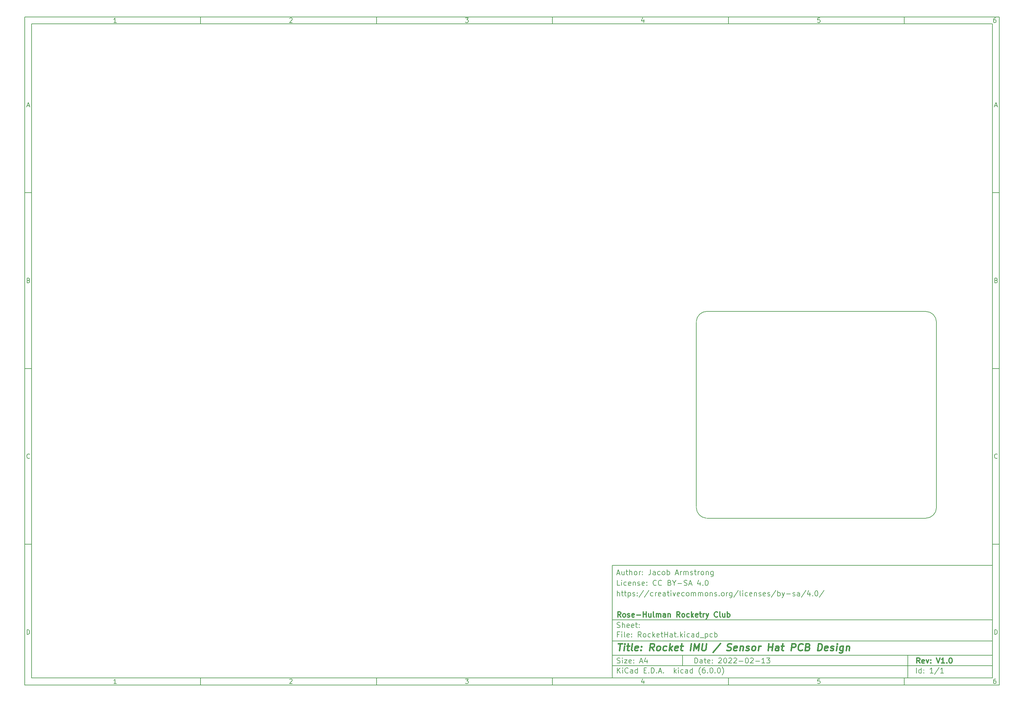
<source format=gbr>
%TF.GenerationSoftware,KiCad,Pcbnew,(6.0.0)*%
%TF.CreationDate,2022-02-14T11:19:37-05:00*%
%TF.ProjectId,RocketHat,526f636b-6574-4486-9174-2e6b69636164,V1.0*%
%TF.SameCoordinates,Original*%
%TF.FileFunction,Profile,NP*%
%FSLAX46Y46*%
G04 Gerber Fmt 4.6, Leading zero omitted, Abs format (unit mm)*
G04 Created by KiCad (PCBNEW (6.0.0)) date 2022-02-14 11:19:37*
%MOMM*%
%LPD*%
G01*
G04 APERTURE LIST*
%ADD10C,0.100000*%
%ADD11C,0.150000*%
%ADD12C,0.300000*%
%ADD13C,0.400000*%
%TA.AperFunction,Profile*%
%ADD14C,0.200000*%
%TD*%
%TA.AperFunction,Profile*%
%ADD15C,0.100000*%
%TD*%
G04 APERTURE END LIST*
D10*
D11*
X177002200Y-166007200D02*
X177002200Y-198007200D01*
X285002200Y-198007200D01*
X285002200Y-166007200D01*
X177002200Y-166007200D01*
D10*
D11*
X10000000Y-10000000D02*
X10000000Y-200007200D01*
X287002200Y-200007200D01*
X287002200Y-10000000D01*
X10000000Y-10000000D01*
D10*
D11*
X12000000Y-12000000D02*
X12000000Y-198007200D01*
X285002200Y-198007200D01*
X285002200Y-12000000D01*
X12000000Y-12000000D01*
D10*
D11*
X60000000Y-12000000D02*
X60000000Y-10000000D01*
D10*
D11*
X110000000Y-12000000D02*
X110000000Y-10000000D01*
D10*
D11*
X160000000Y-12000000D02*
X160000000Y-10000000D01*
D10*
D11*
X210000000Y-12000000D02*
X210000000Y-10000000D01*
D10*
D11*
X260000000Y-12000000D02*
X260000000Y-10000000D01*
D10*
D11*
X36065476Y-11588095D02*
X35322619Y-11588095D01*
X35694047Y-11588095D02*
X35694047Y-10288095D01*
X35570238Y-10473809D01*
X35446428Y-10597619D01*
X35322619Y-10659523D01*
D10*
D11*
X85322619Y-10411904D02*
X85384523Y-10350000D01*
X85508333Y-10288095D01*
X85817857Y-10288095D01*
X85941666Y-10350000D01*
X86003571Y-10411904D01*
X86065476Y-10535714D01*
X86065476Y-10659523D01*
X86003571Y-10845238D01*
X85260714Y-11588095D01*
X86065476Y-11588095D01*
D10*
D11*
X135260714Y-10288095D02*
X136065476Y-10288095D01*
X135632142Y-10783333D01*
X135817857Y-10783333D01*
X135941666Y-10845238D01*
X136003571Y-10907142D01*
X136065476Y-11030952D01*
X136065476Y-11340476D01*
X136003571Y-11464285D01*
X135941666Y-11526190D01*
X135817857Y-11588095D01*
X135446428Y-11588095D01*
X135322619Y-11526190D01*
X135260714Y-11464285D01*
D10*
D11*
X185941666Y-10721428D02*
X185941666Y-11588095D01*
X185632142Y-10226190D02*
X185322619Y-11154761D01*
X186127380Y-11154761D01*
D10*
D11*
X236003571Y-10288095D02*
X235384523Y-10288095D01*
X235322619Y-10907142D01*
X235384523Y-10845238D01*
X235508333Y-10783333D01*
X235817857Y-10783333D01*
X235941666Y-10845238D01*
X236003571Y-10907142D01*
X236065476Y-11030952D01*
X236065476Y-11340476D01*
X236003571Y-11464285D01*
X235941666Y-11526190D01*
X235817857Y-11588095D01*
X235508333Y-11588095D01*
X235384523Y-11526190D01*
X235322619Y-11464285D01*
D10*
D11*
X285941666Y-10288095D02*
X285694047Y-10288095D01*
X285570238Y-10350000D01*
X285508333Y-10411904D01*
X285384523Y-10597619D01*
X285322619Y-10845238D01*
X285322619Y-11340476D01*
X285384523Y-11464285D01*
X285446428Y-11526190D01*
X285570238Y-11588095D01*
X285817857Y-11588095D01*
X285941666Y-11526190D01*
X286003571Y-11464285D01*
X286065476Y-11340476D01*
X286065476Y-11030952D01*
X286003571Y-10907142D01*
X285941666Y-10845238D01*
X285817857Y-10783333D01*
X285570238Y-10783333D01*
X285446428Y-10845238D01*
X285384523Y-10907142D01*
X285322619Y-11030952D01*
D10*
D11*
X60000000Y-198007200D02*
X60000000Y-200007200D01*
D10*
D11*
X110000000Y-198007200D02*
X110000000Y-200007200D01*
D10*
D11*
X160000000Y-198007200D02*
X160000000Y-200007200D01*
D10*
D11*
X210000000Y-198007200D02*
X210000000Y-200007200D01*
D10*
D11*
X260000000Y-198007200D02*
X260000000Y-200007200D01*
D10*
D11*
X36065476Y-199595295D02*
X35322619Y-199595295D01*
X35694047Y-199595295D02*
X35694047Y-198295295D01*
X35570238Y-198481009D01*
X35446428Y-198604819D01*
X35322619Y-198666723D01*
D10*
D11*
X85322619Y-198419104D02*
X85384523Y-198357200D01*
X85508333Y-198295295D01*
X85817857Y-198295295D01*
X85941666Y-198357200D01*
X86003571Y-198419104D01*
X86065476Y-198542914D01*
X86065476Y-198666723D01*
X86003571Y-198852438D01*
X85260714Y-199595295D01*
X86065476Y-199595295D01*
D10*
D11*
X135260714Y-198295295D02*
X136065476Y-198295295D01*
X135632142Y-198790533D01*
X135817857Y-198790533D01*
X135941666Y-198852438D01*
X136003571Y-198914342D01*
X136065476Y-199038152D01*
X136065476Y-199347676D01*
X136003571Y-199471485D01*
X135941666Y-199533390D01*
X135817857Y-199595295D01*
X135446428Y-199595295D01*
X135322619Y-199533390D01*
X135260714Y-199471485D01*
D10*
D11*
X185941666Y-198728628D02*
X185941666Y-199595295D01*
X185632142Y-198233390D02*
X185322619Y-199161961D01*
X186127380Y-199161961D01*
D10*
D11*
X236003571Y-198295295D02*
X235384523Y-198295295D01*
X235322619Y-198914342D01*
X235384523Y-198852438D01*
X235508333Y-198790533D01*
X235817857Y-198790533D01*
X235941666Y-198852438D01*
X236003571Y-198914342D01*
X236065476Y-199038152D01*
X236065476Y-199347676D01*
X236003571Y-199471485D01*
X235941666Y-199533390D01*
X235817857Y-199595295D01*
X235508333Y-199595295D01*
X235384523Y-199533390D01*
X235322619Y-199471485D01*
D10*
D11*
X285941666Y-198295295D02*
X285694047Y-198295295D01*
X285570238Y-198357200D01*
X285508333Y-198419104D01*
X285384523Y-198604819D01*
X285322619Y-198852438D01*
X285322619Y-199347676D01*
X285384523Y-199471485D01*
X285446428Y-199533390D01*
X285570238Y-199595295D01*
X285817857Y-199595295D01*
X285941666Y-199533390D01*
X286003571Y-199471485D01*
X286065476Y-199347676D01*
X286065476Y-199038152D01*
X286003571Y-198914342D01*
X285941666Y-198852438D01*
X285817857Y-198790533D01*
X285570238Y-198790533D01*
X285446428Y-198852438D01*
X285384523Y-198914342D01*
X285322619Y-199038152D01*
D10*
D11*
X10000000Y-60000000D02*
X12000000Y-60000000D01*
D10*
D11*
X10000000Y-110000000D02*
X12000000Y-110000000D01*
D10*
D11*
X10000000Y-160000000D02*
X12000000Y-160000000D01*
D10*
D11*
X10690476Y-35216666D02*
X11309523Y-35216666D01*
X10566666Y-35588095D02*
X11000000Y-34288095D01*
X11433333Y-35588095D01*
D10*
D11*
X11092857Y-84907142D02*
X11278571Y-84969047D01*
X11340476Y-85030952D01*
X11402380Y-85154761D01*
X11402380Y-85340476D01*
X11340476Y-85464285D01*
X11278571Y-85526190D01*
X11154761Y-85588095D01*
X10659523Y-85588095D01*
X10659523Y-84288095D01*
X11092857Y-84288095D01*
X11216666Y-84350000D01*
X11278571Y-84411904D01*
X11340476Y-84535714D01*
X11340476Y-84659523D01*
X11278571Y-84783333D01*
X11216666Y-84845238D01*
X11092857Y-84907142D01*
X10659523Y-84907142D01*
D10*
D11*
X11402380Y-135464285D02*
X11340476Y-135526190D01*
X11154761Y-135588095D01*
X11030952Y-135588095D01*
X10845238Y-135526190D01*
X10721428Y-135402380D01*
X10659523Y-135278571D01*
X10597619Y-135030952D01*
X10597619Y-134845238D01*
X10659523Y-134597619D01*
X10721428Y-134473809D01*
X10845238Y-134350000D01*
X11030952Y-134288095D01*
X11154761Y-134288095D01*
X11340476Y-134350000D01*
X11402380Y-134411904D01*
D10*
D11*
X10659523Y-185588095D02*
X10659523Y-184288095D01*
X10969047Y-184288095D01*
X11154761Y-184350000D01*
X11278571Y-184473809D01*
X11340476Y-184597619D01*
X11402380Y-184845238D01*
X11402380Y-185030952D01*
X11340476Y-185278571D01*
X11278571Y-185402380D01*
X11154761Y-185526190D01*
X10969047Y-185588095D01*
X10659523Y-185588095D01*
D10*
D11*
X287002200Y-60000000D02*
X285002200Y-60000000D01*
D10*
D11*
X287002200Y-110000000D02*
X285002200Y-110000000D01*
D10*
D11*
X287002200Y-160000000D02*
X285002200Y-160000000D01*
D10*
D11*
X285692676Y-35216666D02*
X286311723Y-35216666D01*
X285568866Y-35588095D02*
X286002200Y-34288095D01*
X286435533Y-35588095D01*
D10*
D11*
X286095057Y-84907142D02*
X286280771Y-84969047D01*
X286342676Y-85030952D01*
X286404580Y-85154761D01*
X286404580Y-85340476D01*
X286342676Y-85464285D01*
X286280771Y-85526190D01*
X286156961Y-85588095D01*
X285661723Y-85588095D01*
X285661723Y-84288095D01*
X286095057Y-84288095D01*
X286218866Y-84350000D01*
X286280771Y-84411904D01*
X286342676Y-84535714D01*
X286342676Y-84659523D01*
X286280771Y-84783333D01*
X286218866Y-84845238D01*
X286095057Y-84907142D01*
X285661723Y-84907142D01*
D10*
D11*
X286404580Y-135464285D02*
X286342676Y-135526190D01*
X286156961Y-135588095D01*
X286033152Y-135588095D01*
X285847438Y-135526190D01*
X285723628Y-135402380D01*
X285661723Y-135278571D01*
X285599819Y-135030952D01*
X285599819Y-134845238D01*
X285661723Y-134597619D01*
X285723628Y-134473809D01*
X285847438Y-134350000D01*
X286033152Y-134288095D01*
X286156961Y-134288095D01*
X286342676Y-134350000D01*
X286404580Y-134411904D01*
D10*
D11*
X285661723Y-185588095D02*
X285661723Y-184288095D01*
X285971247Y-184288095D01*
X286156961Y-184350000D01*
X286280771Y-184473809D01*
X286342676Y-184597619D01*
X286404580Y-184845238D01*
X286404580Y-185030952D01*
X286342676Y-185278571D01*
X286280771Y-185402380D01*
X286156961Y-185526190D01*
X285971247Y-185588095D01*
X285661723Y-185588095D01*
D10*
D11*
X200434342Y-193785771D02*
X200434342Y-192285771D01*
X200791485Y-192285771D01*
X201005771Y-192357200D01*
X201148628Y-192500057D01*
X201220057Y-192642914D01*
X201291485Y-192928628D01*
X201291485Y-193142914D01*
X201220057Y-193428628D01*
X201148628Y-193571485D01*
X201005771Y-193714342D01*
X200791485Y-193785771D01*
X200434342Y-193785771D01*
X202577200Y-193785771D02*
X202577200Y-193000057D01*
X202505771Y-192857200D01*
X202362914Y-192785771D01*
X202077200Y-192785771D01*
X201934342Y-192857200D01*
X202577200Y-193714342D02*
X202434342Y-193785771D01*
X202077200Y-193785771D01*
X201934342Y-193714342D01*
X201862914Y-193571485D01*
X201862914Y-193428628D01*
X201934342Y-193285771D01*
X202077200Y-193214342D01*
X202434342Y-193214342D01*
X202577200Y-193142914D01*
X203077200Y-192785771D02*
X203648628Y-192785771D01*
X203291485Y-192285771D02*
X203291485Y-193571485D01*
X203362914Y-193714342D01*
X203505771Y-193785771D01*
X203648628Y-193785771D01*
X204720057Y-193714342D02*
X204577200Y-193785771D01*
X204291485Y-193785771D01*
X204148628Y-193714342D01*
X204077200Y-193571485D01*
X204077200Y-193000057D01*
X204148628Y-192857200D01*
X204291485Y-192785771D01*
X204577200Y-192785771D01*
X204720057Y-192857200D01*
X204791485Y-193000057D01*
X204791485Y-193142914D01*
X204077200Y-193285771D01*
X205434342Y-193642914D02*
X205505771Y-193714342D01*
X205434342Y-193785771D01*
X205362914Y-193714342D01*
X205434342Y-193642914D01*
X205434342Y-193785771D01*
X205434342Y-192857200D02*
X205505771Y-192928628D01*
X205434342Y-193000057D01*
X205362914Y-192928628D01*
X205434342Y-192857200D01*
X205434342Y-193000057D01*
X207220057Y-192428628D02*
X207291485Y-192357200D01*
X207434342Y-192285771D01*
X207791485Y-192285771D01*
X207934342Y-192357200D01*
X208005771Y-192428628D01*
X208077200Y-192571485D01*
X208077200Y-192714342D01*
X208005771Y-192928628D01*
X207148628Y-193785771D01*
X208077200Y-193785771D01*
X209005771Y-192285771D02*
X209148628Y-192285771D01*
X209291485Y-192357200D01*
X209362914Y-192428628D01*
X209434342Y-192571485D01*
X209505771Y-192857200D01*
X209505771Y-193214342D01*
X209434342Y-193500057D01*
X209362914Y-193642914D01*
X209291485Y-193714342D01*
X209148628Y-193785771D01*
X209005771Y-193785771D01*
X208862914Y-193714342D01*
X208791485Y-193642914D01*
X208720057Y-193500057D01*
X208648628Y-193214342D01*
X208648628Y-192857200D01*
X208720057Y-192571485D01*
X208791485Y-192428628D01*
X208862914Y-192357200D01*
X209005771Y-192285771D01*
X210077200Y-192428628D02*
X210148628Y-192357200D01*
X210291485Y-192285771D01*
X210648628Y-192285771D01*
X210791485Y-192357200D01*
X210862914Y-192428628D01*
X210934342Y-192571485D01*
X210934342Y-192714342D01*
X210862914Y-192928628D01*
X210005771Y-193785771D01*
X210934342Y-193785771D01*
X211505771Y-192428628D02*
X211577200Y-192357200D01*
X211720057Y-192285771D01*
X212077200Y-192285771D01*
X212220057Y-192357200D01*
X212291485Y-192428628D01*
X212362914Y-192571485D01*
X212362914Y-192714342D01*
X212291485Y-192928628D01*
X211434342Y-193785771D01*
X212362914Y-193785771D01*
X213005771Y-193214342D02*
X214148628Y-193214342D01*
X215148628Y-192285771D02*
X215291485Y-192285771D01*
X215434342Y-192357200D01*
X215505771Y-192428628D01*
X215577200Y-192571485D01*
X215648628Y-192857200D01*
X215648628Y-193214342D01*
X215577200Y-193500057D01*
X215505771Y-193642914D01*
X215434342Y-193714342D01*
X215291485Y-193785771D01*
X215148628Y-193785771D01*
X215005771Y-193714342D01*
X214934342Y-193642914D01*
X214862914Y-193500057D01*
X214791485Y-193214342D01*
X214791485Y-192857200D01*
X214862914Y-192571485D01*
X214934342Y-192428628D01*
X215005771Y-192357200D01*
X215148628Y-192285771D01*
X216220057Y-192428628D02*
X216291485Y-192357200D01*
X216434342Y-192285771D01*
X216791485Y-192285771D01*
X216934342Y-192357200D01*
X217005771Y-192428628D01*
X217077200Y-192571485D01*
X217077200Y-192714342D01*
X217005771Y-192928628D01*
X216148628Y-193785771D01*
X217077200Y-193785771D01*
X217720057Y-193214342D02*
X218862914Y-193214342D01*
X220362914Y-193785771D02*
X219505771Y-193785771D01*
X219934342Y-193785771D02*
X219934342Y-192285771D01*
X219791485Y-192500057D01*
X219648628Y-192642914D01*
X219505771Y-192714342D01*
X220862914Y-192285771D02*
X221791485Y-192285771D01*
X221291485Y-192857200D01*
X221505771Y-192857200D01*
X221648628Y-192928628D01*
X221720057Y-193000057D01*
X221791485Y-193142914D01*
X221791485Y-193500057D01*
X221720057Y-193642914D01*
X221648628Y-193714342D01*
X221505771Y-193785771D01*
X221077200Y-193785771D01*
X220934342Y-193714342D01*
X220862914Y-193642914D01*
D10*
D11*
X177002200Y-194507200D02*
X285002200Y-194507200D01*
D10*
D11*
X178434342Y-196585771D02*
X178434342Y-195085771D01*
X179291485Y-196585771D02*
X178648628Y-195728628D01*
X179291485Y-195085771D02*
X178434342Y-195942914D01*
X179934342Y-196585771D02*
X179934342Y-195585771D01*
X179934342Y-195085771D02*
X179862914Y-195157200D01*
X179934342Y-195228628D01*
X180005771Y-195157200D01*
X179934342Y-195085771D01*
X179934342Y-195228628D01*
X181505771Y-196442914D02*
X181434342Y-196514342D01*
X181220057Y-196585771D01*
X181077200Y-196585771D01*
X180862914Y-196514342D01*
X180720057Y-196371485D01*
X180648628Y-196228628D01*
X180577200Y-195942914D01*
X180577200Y-195728628D01*
X180648628Y-195442914D01*
X180720057Y-195300057D01*
X180862914Y-195157200D01*
X181077200Y-195085771D01*
X181220057Y-195085771D01*
X181434342Y-195157200D01*
X181505771Y-195228628D01*
X182791485Y-196585771D02*
X182791485Y-195800057D01*
X182720057Y-195657200D01*
X182577200Y-195585771D01*
X182291485Y-195585771D01*
X182148628Y-195657200D01*
X182791485Y-196514342D02*
X182648628Y-196585771D01*
X182291485Y-196585771D01*
X182148628Y-196514342D01*
X182077200Y-196371485D01*
X182077200Y-196228628D01*
X182148628Y-196085771D01*
X182291485Y-196014342D01*
X182648628Y-196014342D01*
X182791485Y-195942914D01*
X184148628Y-196585771D02*
X184148628Y-195085771D01*
X184148628Y-196514342D02*
X184005771Y-196585771D01*
X183720057Y-196585771D01*
X183577200Y-196514342D01*
X183505771Y-196442914D01*
X183434342Y-196300057D01*
X183434342Y-195871485D01*
X183505771Y-195728628D01*
X183577200Y-195657200D01*
X183720057Y-195585771D01*
X184005771Y-195585771D01*
X184148628Y-195657200D01*
X186005771Y-195800057D02*
X186505771Y-195800057D01*
X186720057Y-196585771D02*
X186005771Y-196585771D01*
X186005771Y-195085771D01*
X186720057Y-195085771D01*
X187362914Y-196442914D02*
X187434342Y-196514342D01*
X187362914Y-196585771D01*
X187291485Y-196514342D01*
X187362914Y-196442914D01*
X187362914Y-196585771D01*
X188077200Y-196585771D02*
X188077200Y-195085771D01*
X188434342Y-195085771D01*
X188648628Y-195157200D01*
X188791485Y-195300057D01*
X188862914Y-195442914D01*
X188934342Y-195728628D01*
X188934342Y-195942914D01*
X188862914Y-196228628D01*
X188791485Y-196371485D01*
X188648628Y-196514342D01*
X188434342Y-196585771D01*
X188077200Y-196585771D01*
X189577200Y-196442914D02*
X189648628Y-196514342D01*
X189577200Y-196585771D01*
X189505771Y-196514342D01*
X189577200Y-196442914D01*
X189577200Y-196585771D01*
X190220057Y-196157200D02*
X190934342Y-196157200D01*
X190077200Y-196585771D02*
X190577200Y-195085771D01*
X191077200Y-196585771D01*
X191577200Y-196442914D02*
X191648628Y-196514342D01*
X191577200Y-196585771D01*
X191505771Y-196514342D01*
X191577200Y-196442914D01*
X191577200Y-196585771D01*
X194577200Y-196585771D02*
X194577200Y-195085771D01*
X194720057Y-196014342D02*
X195148628Y-196585771D01*
X195148628Y-195585771D02*
X194577200Y-196157200D01*
X195791485Y-196585771D02*
X195791485Y-195585771D01*
X195791485Y-195085771D02*
X195720057Y-195157200D01*
X195791485Y-195228628D01*
X195862914Y-195157200D01*
X195791485Y-195085771D01*
X195791485Y-195228628D01*
X197148628Y-196514342D02*
X197005771Y-196585771D01*
X196720057Y-196585771D01*
X196577200Y-196514342D01*
X196505771Y-196442914D01*
X196434342Y-196300057D01*
X196434342Y-195871485D01*
X196505771Y-195728628D01*
X196577200Y-195657200D01*
X196720057Y-195585771D01*
X197005771Y-195585771D01*
X197148628Y-195657200D01*
X198434342Y-196585771D02*
X198434342Y-195800057D01*
X198362914Y-195657200D01*
X198220057Y-195585771D01*
X197934342Y-195585771D01*
X197791485Y-195657200D01*
X198434342Y-196514342D02*
X198291485Y-196585771D01*
X197934342Y-196585771D01*
X197791485Y-196514342D01*
X197720057Y-196371485D01*
X197720057Y-196228628D01*
X197791485Y-196085771D01*
X197934342Y-196014342D01*
X198291485Y-196014342D01*
X198434342Y-195942914D01*
X199791485Y-196585771D02*
X199791485Y-195085771D01*
X199791485Y-196514342D02*
X199648628Y-196585771D01*
X199362914Y-196585771D01*
X199220057Y-196514342D01*
X199148628Y-196442914D01*
X199077200Y-196300057D01*
X199077200Y-195871485D01*
X199148628Y-195728628D01*
X199220057Y-195657200D01*
X199362914Y-195585771D01*
X199648628Y-195585771D01*
X199791485Y-195657200D01*
X202077200Y-197157200D02*
X202005771Y-197085771D01*
X201862914Y-196871485D01*
X201791485Y-196728628D01*
X201720057Y-196514342D01*
X201648628Y-196157200D01*
X201648628Y-195871485D01*
X201720057Y-195514342D01*
X201791485Y-195300057D01*
X201862914Y-195157200D01*
X202005771Y-194942914D01*
X202077200Y-194871485D01*
X203291485Y-195085771D02*
X203005771Y-195085771D01*
X202862914Y-195157200D01*
X202791485Y-195228628D01*
X202648628Y-195442914D01*
X202577200Y-195728628D01*
X202577200Y-196300057D01*
X202648628Y-196442914D01*
X202720057Y-196514342D01*
X202862914Y-196585771D01*
X203148628Y-196585771D01*
X203291485Y-196514342D01*
X203362914Y-196442914D01*
X203434342Y-196300057D01*
X203434342Y-195942914D01*
X203362914Y-195800057D01*
X203291485Y-195728628D01*
X203148628Y-195657200D01*
X202862914Y-195657200D01*
X202720057Y-195728628D01*
X202648628Y-195800057D01*
X202577200Y-195942914D01*
X204077200Y-196442914D02*
X204148628Y-196514342D01*
X204077200Y-196585771D01*
X204005771Y-196514342D01*
X204077200Y-196442914D01*
X204077200Y-196585771D01*
X205077200Y-195085771D02*
X205220057Y-195085771D01*
X205362914Y-195157200D01*
X205434342Y-195228628D01*
X205505771Y-195371485D01*
X205577200Y-195657200D01*
X205577200Y-196014342D01*
X205505771Y-196300057D01*
X205434342Y-196442914D01*
X205362914Y-196514342D01*
X205220057Y-196585771D01*
X205077200Y-196585771D01*
X204934342Y-196514342D01*
X204862914Y-196442914D01*
X204791485Y-196300057D01*
X204720057Y-196014342D01*
X204720057Y-195657200D01*
X204791485Y-195371485D01*
X204862914Y-195228628D01*
X204934342Y-195157200D01*
X205077200Y-195085771D01*
X206220057Y-196442914D02*
X206291485Y-196514342D01*
X206220057Y-196585771D01*
X206148628Y-196514342D01*
X206220057Y-196442914D01*
X206220057Y-196585771D01*
X207220057Y-195085771D02*
X207362914Y-195085771D01*
X207505771Y-195157200D01*
X207577200Y-195228628D01*
X207648628Y-195371485D01*
X207720057Y-195657200D01*
X207720057Y-196014342D01*
X207648628Y-196300057D01*
X207577200Y-196442914D01*
X207505771Y-196514342D01*
X207362914Y-196585771D01*
X207220057Y-196585771D01*
X207077200Y-196514342D01*
X207005771Y-196442914D01*
X206934342Y-196300057D01*
X206862914Y-196014342D01*
X206862914Y-195657200D01*
X206934342Y-195371485D01*
X207005771Y-195228628D01*
X207077200Y-195157200D01*
X207220057Y-195085771D01*
X208220057Y-197157200D02*
X208291485Y-197085771D01*
X208434342Y-196871485D01*
X208505771Y-196728628D01*
X208577200Y-196514342D01*
X208648628Y-196157200D01*
X208648628Y-195871485D01*
X208577200Y-195514342D01*
X208505771Y-195300057D01*
X208434342Y-195157200D01*
X208291485Y-194942914D01*
X208220057Y-194871485D01*
D10*
D11*
X177002200Y-191507200D02*
X285002200Y-191507200D01*
D10*
D12*
X264411485Y-193785771D02*
X263911485Y-193071485D01*
X263554342Y-193785771D02*
X263554342Y-192285771D01*
X264125771Y-192285771D01*
X264268628Y-192357200D01*
X264340057Y-192428628D01*
X264411485Y-192571485D01*
X264411485Y-192785771D01*
X264340057Y-192928628D01*
X264268628Y-193000057D01*
X264125771Y-193071485D01*
X263554342Y-193071485D01*
X265625771Y-193714342D02*
X265482914Y-193785771D01*
X265197200Y-193785771D01*
X265054342Y-193714342D01*
X264982914Y-193571485D01*
X264982914Y-193000057D01*
X265054342Y-192857200D01*
X265197200Y-192785771D01*
X265482914Y-192785771D01*
X265625771Y-192857200D01*
X265697200Y-193000057D01*
X265697200Y-193142914D01*
X264982914Y-193285771D01*
X266197200Y-192785771D02*
X266554342Y-193785771D01*
X266911485Y-192785771D01*
X267482914Y-193642914D02*
X267554342Y-193714342D01*
X267482914Y-193785771D01*
X267411485Y-193714342D01*
X267482914Y-193642914D01*
X267482914Y-193785771D01*
X267482914Y-192857200D02*
X267554342Y-192928628D01*
X267482914Y-193000057D01*
X267411485Y-192928628D01*
X267482914Y-192857200D01*
X267482914Y-193000057D01*
X269125771Y-192285771D02*
X269625771Y-193785771D01*
X270125771Y-192285771D01*
X271411485Y-193785771D02*
X270554342Y-193785771D01*
X270982914Y-193785771D02*
X270982914Y-192285771D01*
X270840057Y-192500057D01*
X270697200Y-192642914D01*
X270554342Y-192714342D01*
X272054342Y-193642914D02*
X272125771Y-193714342D01*
X272054342Y-193785771D01*
X271982914Y-193714342D01*
X272054342Y-193642914D01*
X272054342Y-193785771D01*
X273054342Y-192285771D02*
X273197200Y-192285771D01*
X273340057Y-192357200D01*
X273411485Y-192428628D01*
X273482914Y-192571485D01*
X273554342Y-192857200D01*
X273554342Y-193214342D01*
X273482914Y-193500057D01*
X273411485Y-193642914D01*
X273340057Y-193714342D01*
X273197200Y-193785771D01*
X273054342Y-193785771D01*
X272911485Y-193714342D01*
X272840057Y-193642914D01*
X272768628Y-193500057D01*
X272697200Y-193214342D01*
X272697200Y-192857200D01*
X272768628Y-192571485D01*
X272840057Y-192428628D01*
X272911485Y-192357200D01*
X273054342Y-192285771D01*
D10*
D11*
X178362914Y-193714342D02*
X178577200Y-193785771D01*
X178934342Y-193785771D01*
X179077200Y-193714342D01*
X179148628Y-193642914D01*
X179220057Y-193500057D01*
X179220057Y-193357200D01*
X179148628Y-193214342D01*
X179077200Y-193142914D01*
X178934342Y-193071485D01*
X178648628Y-193000057D01*
X178505771Y-192928628D01*
X178434342Y-192857200D01*
X178362914Y-192714342D01*
X178362914Y-192571485D01*
X178434342Y-192428628D01*
X178505771Y-192357200D01*
X178648628Y-192285771D01*
X179005771Y-192285771D01*
X179220057Y-192357200D01*
X179862914Y-193785771D02*
X179862914Y-192785771D01*
X179862914Y-192285771D02*
X179791485Y-192357200D01*
X179862914Y-192428628D01*
X179934342Y-192357200D01*
X179862914Y-192285771D01*
X179862914Y-192428628D01*
X180434342Y-192785771D02*
X181220057Y-192785771D01*
X180434342Y-193785771D01*
X181220057Y-193785771D01*
X182362914Y-193714342D02*
X182220057Y-193785771D01*
X181934342Y-193785771D01*
X181791485Y-193714342D01*
X181720057Y-193571485D01*
X181720057Y-193000057D01*
X181791485Y-192857200D01*
X181934342Y-192785771D01*
X182220057Y-192785771D01*
X182362914Y-192857200D01*
X182434342Y-193000057D01*
X182434342Y-193142914D01*
X181720057Y-193285771D01*
X183077200Y-193642914D02*
X183148628Y-193714342D01*
X183077200Y-193785771D01*
X183005771Y-193714342D01*
X183077200Y-193642914D01*
X183077200Y-193785771D01*
X183077200Y-192857200D02*
X183148628Y-192928628D01*
X183077200Y-193000057D01*
X183005771Y-192928628D01*
X183077200Y-192857200D01*
X183077200Y-193000057D01*
X184862914Y-193357200D02*
X185577200Y-193357200D01*
X184720057Y-193785771D02*
X185220057Y-192285771D01*
X185720057Y-193785771D01*
X186862914Y-192785771D02*
X186862914Y-193785771D01*
X186505771Y-192214342D02*
X186148628Y-193285771D01*
X187077200Y-193285771D01*
D10*
D11*
X263434342Y-196585771D02*
X263434342Y-195085771D01*
X264791485Y-196585771D02*
X264791485Y-195085771D01*
X264791485Y-196514342D02*
X264648628Y-196585771D01*
X264362914Y-196585771D01*
X264220057Y-196514342D01*
X264148628Y-196442914D01*
X264077200Y-196300057D01*
X264077200Y-195871485D01*
X264148628Y-195728628D01*
X264220057Y-195657200D01*
X264362914Y-195585771D01*
X264648628Y-195585771D01*
X264791485Y-195657200D01*
X265505771Y-196442914D02*
X265577200Y-196514342D01*
X265505771Y-196585771D01*
X265434342Y-196514342D01*
X265505771Y-196442914D01*
X265505771Y-196585771D01*
X265505771Y-195657200D02*
X265577200Y-195728628D01*
X265505771Y-195800057D01*
X265434342Y-195728628D01*
X265505771Y-195657200D01*
X265505771Y-195800057D01*
X268148628Y-196585771D02*
X267291485Y-196585771D01*
X267720057Y-196585771D02*
X267720057Y-195085771D01*
X267577200Y-195300057D01*
X267434342Y-195442914D01*
X267291485Y-195514342D01*
X269862914Y-195014342D02*
X268577200Y-196942914D01*
X271148628Y-196585771D02*
X270291485Y-196585771D01*
X270720057Y-196585771D02*
X270720057Y-195085771D01*
X270577200Y-195300057D01*
X270434342Y-195442914D01*
X270291485Y-195514342D01*
D10*
D11*
X177002200Y-187507200D02*
X285002200Y-187507200D01*
D10*
D13*
X178714580Y-188211961D02*
X179857438Y-188211961D01*
X179036009Y-190211961D02*
X179286009Y-188211961D01*
X180274104Y-190211961D02*
X180440771Y-188878628D01*
X180524104Y-188211961D02*
X180416961Y-188307200D01*
X180500295Y-188402438D01*
X180607438Y-188307200D01*
X180524104Y-188211961D01*
X180500295Y-188402438D01*
X181107438Y-188878628D02*
X181869342Y-188878628D01*
X181476485Y-188211961D02*
X181262200Y-189926247D01*
X181333628Y-190116723D01*
X181512200Y-190211961D01*
X181702676Y-190211961D01*
X182655057Y-190211961D02*
X182476485Y-190116723D01*
X182405057Y-189926247D01*
X182619342Y-188211961D01*
X184190771Y-190116723D02*
X183988390Y-190211961D01*
X183607438Y-190211961D01*
X183428866Y-190116723D01*
X183357438Y-189926247D01*
X183452676Y-189164342D01*
X183571723Y-188973866D01*
X183774104Y-188878628D01*
X184155057Y-188878628D01*
X184333628Y-188973866D01*
X184405057Y-189164342D01*
X184381247Y-189354819D01*
X183405057Y-189545295D01*
X185155057Y-190021485D02*
X185238390Y-190116723D01*
X185131247Y-190211961D01*
X185047914Y-190116723D01*
X185155057Y-190021485D01*
X185131247Y-190211961D01*
X185286009Y-188973866D02*
X185369342Y-189069104D01*
X185262200Y-189164342D01*
X185178866Y-189069104D01*
X185286009Y-188973866D01*
X185262200Y-189164342D01*
X188750295Y-190211961D02*
X188202676Y-189259580D01*
X187607438Y-190211961D02*
X187857438Y-188211961D01*
X188619342Y-188211961D01*
X188797914Y-188307200D01*
X188881247Y-188402438D01*
X188952676Y-188592914D01*
X188916961Y-188878628D01*
X188797914Y-189069104D01*
X188690771Y-189164342D01*
X188488390Y-189259580D01*
X187726485Y-189259580D01*
X189893152Y-190211961D02*
X189714580Y-190116723D01*
X189631247Y-190021485D01*
X189559819Y-189831009D01*
X189631247Y-189259580D01*
X189750295Y-189069104D01*
X189857438Y-188973866D01*
X190059819Y-188878628D01*
X190345533Y-188878628D01*
X190524104Y-188973866D01*
X190607438Y-189069104D01*
X190678866Y-189259580D01*
X190607438Y-189831009D01*
X190488390Y-190021485D01*
X190381247Y-190116723D01*
X190178866Y-190211961D01*
X189893152Y-190211961D01*
X192286009Y-190116723D02*
X192083628Y-190211961D01*
X191702676Y-190211961D01*
X191524104Y-190116723D01*
X191440771Y-190021485D01*
X191369342Y-189831009D01*
X191440771Y-189259580D01*
X191559819Y-189069104D01*
X191666961Y-188973866D01*
X191869342Y-188878628D01*
X192250295Y-188878628D01*
X192428866Y-188973866D01*
X193131247Y-190211961D02*
X193381247Y-188211961D01*
X193416961Y-189450057D02*
X193893152Y-190211961D01*
X194059819Y-188878628D02*
X193202676Y-189640533D01*
X195524104Y-190116723D02*
X195321723Y-190211961D01*
X194940771Y-190211961D01*
X194762200Y-190116723D01*
X194690771Y-189926247D01*
X194786009Y-189164342D01*
X194905057Y-188973866D01*
X195107438Y-188878628D01*
X195488390Y-188878628D01*
X195666961Y-188973866D01*
X195738390Y-189164342D01*
X195714580Y-189354819D01*
X194738390Y-189545295D01*
X196345533Y-188878628D02*
X197107438Y-188878628D01*
X196714580Y-188211961D02*
X196500295Y-189926247D01*
X196571723Y-190116723D01*
X196750295Y-190211961D01*
X196940771Y-190211961D01*
X199131247Y-190211961D02*
X199381247Y-188211961D01*
X200083628Y-190211961D02*
X200333628Y-188211961D01*
X200821723Y-189640533D01*
X201666961Y-188211961D01*
X201416961Y-190211961D01*
X202619342Y-188211961D02*
X202416961Y-189831009D01*
X202488390Y-190021485D01*
X202571723Y-190116723D01*
X202750295Y-190211961D01*
X203131247Y-190211961D01*
X203333628Y-190116723D01*
X203440771Y-190021485D01*
X203559819Y-189831009D01*
X203762200Y-188211961D01*
X207678866Y-188116723D02*
X205643152Y-190688152D01*
X209524104Y-190116723D02*
X209797914Y-190211961D01*
X210274104Y-190211961D01*
X210476485Y-190116723D01*
X210583628Y-190021485D01*
X210702676Y-189831009D01*
X210726485Y-189640533D01*
X210655057Y-189450057D01*
X210571723Y-189354819D01*
X210393152Y-189259580D01*
X210024104Y-189164342D01*
X209845533Y-189069104D01*
X209762200Y-188973866D01*
X209690771Y-188783390D01*
X209714580Y-188592914D01*
X209833628Y-188402438D01*
X209940771Y-188307200D01*
X210143152Y-188211961D01*
X210619342Y-188211961D01*
X210893152Y-188307200D01*
X212286009Y-190116723D02*
X212083628Y-190211961D01*
X211702676Y-190211961D01*
X211524104Y-190116723D01*
X211452676Y-189926247D01*
X211547914Y-189164342D01*
X211666961Y-188973866D01*
X211869342Y-188878628D01*
X212250295Y-188878628D01*
X212428866Y-188973866D01*
X212500295Y-189164342D01*
X212476485Y-189354819D01*
X211500295Y-189545295D01*
X213393152Y-188878628D02*
X213226485Y-190211961D01*
X213369342Y-189069104D02*
X213476485Y-188973866D01*
X213678866Y-188878628D01*
X213964580Y-188878628D01*
X214143152Y-188973866D01*
X214214580Y-189164342D01*
X214083628Y-190211961D01*
X214952676Y-190116723D02*
X215131247Y-190211961D01*
X215512200Y-190211961D01*
X215714580Y-190116723D01*
X215833628Y-189926247D01*
X215845533Y-189831009D01*
X215774104Y-189640533D01*
X215595533Y-189545295D01*
X215309819Y-189545295D01*
X215131247Y-189450057D01*
X215059819Y-189259580D01*
X215071723Y-189164342D01*
X215190771Y-188973866D01*
X215393152Y-188878628D01*
X215678866Y-188878628D01*
X215857438Y-188973866D01*
X216940771Y-190211961D02*
X216762200Y-190116723D01*
X216678866Y-190021485D01*
X216607438Y-189831009D01*
X216678866Y-189259580D01*
X216797914Y-189069104D01*
X216905057Y-188973866D01*
X217107438Y-188878628D01*
X217393152Y-188878628D01*
X217571723Y-188973866D01*
X217655057Y-189069104D01*
X217726485Y-189259580D01*
X217655057Y-189831009D01*
X217536009Y-190021485D01*
X217428866Y-190116723D01*
X217226485Y-190211961D01*
X216940771Y-190211961D01*
X218464580Y-190211961D02*
X218631247Y-188878628D01*
X218583628Y-189259580D02*
X218702676Y-189069104D01*
X218809819Y-188973866D01*
X219012199Y-188878628D01*
X219202676Y-188878628D01*
X221226485Y-190211961D02*
X221476485Y-188211961D01*
X221357438Y-189164342D02*
X222500295Y-189164342D01*
X222369342Y-190211961D02*
X222619342Y-188211961D01*
X224178866Y-190211961D02*
X224309819Y-189164342D01*
X224238390Y-188973866D01*
X224059819Y-188878628D01*
X223678866Y-188878628D01*
X223476485Y-188973866D01*
X224190771Y-190116723D02*
X223988390Y-190211961D01*
X223512199Y-190211961D01*
X223333628Y-190116723D01*
X223262199Y-189926247D01*
X223286009Y-189735771D01*
X223405057Y-189545295D01*
X223607438Y-189450057D01*
X224083628Y-189450057D01*
X224286009Y-189354819D01*
X225012199Y-188878628D02*
X225774104Y-188878628D01*
X225381247Y-188211961D02*
X225166961Y-189926247D01*
X225238390Y-190116723D01*
X225416961Y-190211961D01*
X225607438Y-190211961D01*
X227797914Y-190211961D02*
X228047914Y-188211961D01*
X228809819Y-188211961D01*
X228988390Y-188307200D01*
X229071723Y-188402438D01*
X229143152Y-188592914D01*
X229107438Y-188878628D01*
X228988390Y-189069104D01*
X228881247Y-189164342D01*
X228678866Y-189259580D01*
X227916961Y-189259580D01*
X230964580Y-190021485D02*
X230857438Y-190116723D01*
X230559819Y-190211961D01*
X230369342Y-190211961D01*
X230095533Y-190116723D01*
X229928866Y-189926247D01*
X229857438Y-189735771D01*
X229809819Y-189354819D01*
X229845533Y-189069104D01*
X229988390Y-188688152D01*
X230107438Y-188497676D01*
X230321723Y-188307200D01*
X230619342Y-188211961D01*
X230809819Y-188211961D01*
X231083628Y-188307200D01*
X231166961Y-188402438D01*
X232595533Y-189164342D02*
X232869342Y-189259580D01*
X232952676Y-189354819D01*
X233024104Y-189545295D01*
X232988390Y-189831009D01*
X232869342Y-190021485D01*
X232762199Y-190116723D01*
X232559819Y-190211961D01*
X231797914Y-190211961D01*
X232047914Y-188211961D01*
X232714580Y-188211961D01*
X232893152Y-188307200D01*
X232976485Y-188402438D01*
X233047914Y-188592914D01*
X233024104Y-188783390D01*
X232905057Y-188973866D01*
X232797914Y-189069104D01*
X232595533Y-189164342D01*
X231928866Y-189164342D01*
X235321723Y-190211961D02*
X235571723Y-188211961D01*
X236047914Y-188211961D01*
X236321723Y-188307200D01*
X236488390Y-188497676D01*
X236559819Y-188688152D01*
X236607438Y-189069104D01*
X236571723Y-189354819D01*
X236428866Y-189735771D01*
X236309819Y-189926247D01*
X236095533Y-190116723D01*
X235797914Y-190211961D01*
X235321723Y-190211961D01*
X238095533Y-190116723D02*
X237893152Y-190211961D01*
X237512199Y-190211961D01*
X237333628Y-190116723D01*
X237262199Y-189926247D01*
X237357438Y-189164342D01*
X237476485Y-188973866D01*
X237678866Y-188878628D01*
X238059819Y-188878628D01*
X238238390Y-188973866D01*
X238309819Y-189164342D01*
X238286009Y-189354819D01*
X237309819Y-189545295D01*
X238952676Y-190116723D02*
X239131247Y-190211961D01*
X239512199Y-190211961D01*
X239714580Y-190116723D01*
X239833628Y-189926247D01*
X239845533Y-189831009D01*
X239774104Y-189640533D01*
X239595533Y-189545295D01*
X239309819Y-189545295D01*
X239131247Y-189450057D01*
X239059819Y-189259580D01*
X239071723Y-189164342D01*
X239190771Y-188973866D01*
X239393152Y-188878628D01*
X239678866Y-188878628D01*
X239857438Y-188973866D01*
X240655057Y-190211961D02*
X240821723Y-188878628D01*
X240905057Y-188211961D02*
X240797914Y-188307200D01*
X240881247Y-188402438D01*
X240988390Y-188307200D01*
X240905057Y-188211961D01*
X240881247Y-188402438D01*
X242631247Y-188878628D02*
X242428866Y-190497676D01*
X242309819Y-190688152D01*
X242202676Y-190783390D01*
X242000295Y-190878628D01*
X241714580Y-190878628D01*
X241536009Y-190783390D01*
X242476485Y-190116723D02*
X242274104Y-190211961D01*
X241893152Y-190211961D01*
X241714580Y-190116723D01*
X241631247Y-190021485D01*
X241559819Y-189831009D01*
X241631247Y-189259580D01*
X241750295Y-189069104D01*
X241857438Y-188973866D01*
X242059819Y-188878628D01*
X242440771Y-188878628D01*
X242619342Y-188973866D01*
X243583628Y-188878628D02*
X243416961Y-190211961D01*
X243559819Y-189069104D02*
X243666961Y-188973866D01*
X243869342Y-188878628D01*
X244155057Y-188878628D01*
X244333628Y-188973866D01*
X244405057Y-189164342D01*
X244274104Y-190211961D01*
D10*
D11*
X178934342Y-185600057D02*
X178434342Y-185600057D01*
X178434342Y-186385771D02*
X178434342Y-184885771D01*
X179148628Y-184885771D01*
X179720057Y-186385771D02*
X179720057Y-185385771D01*
X179720057Y-184885771D02*
X179648628Y-184957200D01*
X179720057Y-185028628D01*
X179791485Y-184957200D01*
X179720057Y-184885771D01*
X179720057Y-185028628D01*
X180648628Y-186385771D02*
X180505771Y-186314342D01*
X180434342Y-186171485D01*
X180434342Y-184885771D01*
X181791485Y-186314342D02*
X181648628Y-186385771D01*
X181362914Y-186385771D01*
X181220057Y-186314342D01*
X181148628Y-186171485D01*
X181148628Y-185600057D01*
X181220057Y-185457200D01*
X181362914Y-185385771D01*
X181648628Y-185385771D01*
X181791485Y-185457200D01*
X181862914Y-185600057D01*
X181862914Y-185742914D01*
X181148628Y-185885771D01*
X182505771Y-186242914D02*
X182577200Y-186314342D01*
X182505771Y-186385771D01*
X182434342Y-186314342D01*
X182505771Y-186242914D01*
X182505771Y-186385771D01*
X182505771Y-185457200D02*
X182577200Y-185528628D01*
X182505771Y-185600057D01*
X182434342Y-185528628D01*
X182505771Y-185457200D01*
X182505771Y-185600057D01*
X185220057Y-186385771D02*
X184720057Y-185671485D01*
X184362914Y-186385771D02*
X184362914Y-184885771D01*
X184934342Y-184885771D01*
X185077200Y-184957200D01*
X185148628Y-185028628D01*
X185220057Y-185171485D01*
X185220057Y-185385771D01*
X185148628Y-185528628D01*
X185077200Y-185600057D01*
X184934342Y-185671485D01*
X184362914Y-185671485D01*
X186077200Y-186385771D02*
X185934342Y-186314342D01*
X185862914Y-186242914D01*
X185791485Y-186100057D01*
X185791485Y-185671485D01*
X185862914Y-185528628D01*
X185934342Y-185457200D01*
X186077200Y-185385771D01*
X186291485Y-185385771D01*
X186434342Y-185457200D01*
X186505771Y-185528628D01*
X186577200Y-185671485D01*
X186577200Y-186100057D01*
X186505771Y-186242914D01*
X186434342Y-186314342D01*
X186291485Y-186385771D01*
X186077200Y-186385771D01*
X187862914Y-186314342D02*
X187720057Y-186385771D01*
X187434342Y-186385771D01*
X187291485Y-186314342D01*
X187220057Y-186242914D01*
X187148628Y-186100057D01*
X187148628Y-185671485D01*
X187220057Y-185528628D01*
X187291485Y-185457200D01*
X187434342Y-185385771D01*
X187720057Y-185385771D01*
X187862914Y-185457200D01*
X188505771Y-186385771D02*
X188505771Y-184885771D01*
X188648628Y-185814342D02*
X189077200Y-186385771D01*
X189077200Y-185385771D02*
X188505771Y-185957200D01*
X190291485Y-186314342D02*
X190148628Y-186385771D01*
X189862914Y-186385771D01*
X189720057Y-186314342D01*
X189648628Y-186171485D01*
X189648628Y-185600057D01*
X189720057Y-185457200D01*
X189862914Y-185385771D01*
X190148628Y-185385771D01*
X190291485Y-185457200D01*
X190362914Y-185600057D01*
X190362914Y-185742914D01*
X189648628Y-185885771D01*
X190791485Y-185385771D02*
X191362914Y-185385771D01*
X191005771Y-184885771D02*
X191005771Y-186171485D01*
X191077200Y-186314342D01*
X191220057Y-186385771D01*
X191362914Y-186385771D01*
X191862914Y-186385771D02*
X191862914Y-184885771D01*
X191862914Y-185600057D02*
X192720057Y-185600057D01*
X192720057Y-186385771D02*
X192720057Y-184885771D01*
X194077200Y-186385771D02*
X194077200Y-185600057D01*
X194005771Y-185457200D01*
X193862914Y-185385771D01*
X193577200Y-185385771D01*
X193434342Y-185457200D01*
X194077200Y-186314342D02*
X193934342Y-186385771D01*
X193577200Y-186385771D01*
X193434342Y-186314342D01*
X193362914Y-186171485D01*
X193362914Y-186028628D01*
X193434342Y-185885771D01*
X193577200Y-185814342D01*
X193934342Y-185814342D01*
X194077200Y-185742914D01*
X194577200Y-185385771D02*
X195148628Y-185385771D01*
X194791485Y-184885771D02*
X194791485Y-186171485D01*
X194862914Y-186314342D01*
X195005771Y-186385771D01*
X195148628Y-186385771D01*
X195648628Y-186242914D02*
X195720057Y-186314342D01*
X195648628Y-186385771D01*
X195577200Y-186314342D01*
X195648628Y-186242914D01*
X195648628Y-186385771D01*
X196362914Y-186385771D02*
X196362914Y-184885771D01*
X196505771Y-185814342D02*
X196934342Y-186385771D01*
X196934342Y-185385771D02*
X196362914Y-185957200D01*
X197577200Y-186385771D02*
X197577200Y-185385771D01*
X197577200Y-184885771D02*
X197505771Y-184957200D01*
X197577200Y-185028628D01*
X197648628Y-184957200D01*
X197577200Y-184885771D01*
X197577200Y-185028628D01*
X198934342Y-186314342D02*
X198791485Y-186385771D01*
X198505771Y-186385771D01*
X198362914Y-186314342D01*
X198291485Y-186242914D01*
X198220057Y-186100057D01*
X198220057Y-185671485D01*
X198291485Y-185528628D01*
X198362914Y-185457200D01*
X198505771Y-185385771D01*
X198791485Y-185385771D01*
X198934342Y-185457200D01*
X200220057Y-186385771D02*
X200220057Y-185600057D01*
X200148628Y-185457200D01*
X200005771Y-185385771D01*
X199720057Y-185385771D01*
X199577200Y-185457200D01*
X200220057Y-186314342D02*
X200077200Y-186385771D01*
X199720057Y-186385771D01*
X199577200Y-186314342D01*
X199505771Y-186171485D01*
X199505771Y-186028628D01*
X199577200Y-185885771D01*
X199720057Y-185814342D01*
X200077200Y-185814342D01*
X200220057Y-185742914D01*
X201577200Y-186385771D02*
X201577200Y-184885771D01*
X201577200Y-186314342D02*
X201434342Y-186385771D01*
X201148628Y-186385771D01*
X201005771Y-186314342D01*
X200934342Y-186242914D01*
X200862914Y-186100057D01*
X200862914Y-185671485D01*
X200934342Y-185528628D01*
X201005771Y-185457200D01*
X201148628Y-185385771D01*
X201434342Y-185385771D01*
X201577200Y-185457200D01*
X201934342Y-186528628D02*
X203077200Y-186528628D01*
X203434342Y-185385771D02*
X203434342Y-186885771D01*
X203434342Y-185457200D02*
X203577200Y-185385771D01*
X203862914Y-185385771D01*
X204005771Y-185457200D01*
X204077200Y-185528628D01*
X204148628Y-185671485D01*
X204148628Y-186100057D01*
X204077200Y-186242914D01*
X204005771Y-186314342D01*
X203862914Y-186385771D01*
X203577200Y-186385771D01*
X203434342Y-186314342D01*
X205434342Y-186314342D02*
X205291485Y-186385771D01*
X205005771Y-186385771D01*
X204862914Y-186314342D01*
X204791485Y-186242914D01*
X204720057Y-186100057D01*
X204720057Y-185671485D01*
X204791485Y-185528628D01*
X204862914Y-185457200D01*
X205005771Y-185385771D01*
X205291485Y-185385771D01*
X205434342Y-185457200D01*
X206077200Y-186385771D02*
X206077200Y-184885771D01*
X206077200Y-185457200D02*
X206220057Y-185385771D01*
X206505771Y-185385771D01*
X206648628Y-185457200D01*
X206720057Y-185528628D01*
X206791485Y-185671485D01*
X206791485Y-186100057D01*
X206720057Y-186242914D01*
X206648628Y-186314342D01*
X206505771Y-186385771D01*
X206220057Y-186385771D01*
X206077200Y-186314342D01*
D10*
D11*
X177002200Y-181507200D02*
X285002200Y-181507200D01*
D10*
D11*
X178362914Y-183614342D02*
X178577200Y-183685771D01*
X178934342Y-183685771D01*
X179077200Y-183614342D01*
X179148628Y-183542914D01*
X179220057Y-183400057D01*
X179220057Y-183257200D01*
X179148628Y-183114342D01*
X179077200Y-183042914D01*
X178934342Y-182971485D01*
X178648628Y-182900057D01*
X178505771Y-182828628D01*
X178434342Y-182757200D01*
X178362914Y-182614342D01*
X178362914Y-182471485D01*
X178434342Y-182328628D01*
X178505771Y-182257200D01*
X178648628Y-182185771D01*
X179005771Y-182185771D01*
X179220057Y-182257200D01*
X179862914Y-183685771D02*
X179862914Y-182185771D01*
X180505771Y-183685771D02*
X180505771Y-182900057D01*
X180434342Y-182757200D01*
X180291485Y-182685771D01*
X180077200Y-182685771D01*
X179934342Y-182757200D01*
X179862914Y-182828628D01*
X181791485Y-183614342D02*
X181648628Y-183685771D01*
X181362914Y-183685771D01*
X181220057Y-183614342D01*
X181148628Y-183471485D01*
X181148628Y-182900057D01*
X181220057Y-182757200D01*
X181362914Y-182685771D01*
X181648628Y-182685771D01*
X181791485Y-182757200D01*
X181862914Y-182900057D01*
X181862914Y-183042914D01*
X181148628Y-183185771D01*
X183077200Y-183614342D02*
X182934342Y-183685771D01*
X182648628Y-183685771D01*
X182505771Y-183614342D01*
X182434342Y-183471485D01*
X182434342Y-182900057D01*
X182505771Y-182757200D01*
X182648628Y-182685771D01*
X182934342Y-182685771D01*
X183077200Y-182757200D01*
X183148628Y-182900057D01*
X183148628Y-183042914D01*
X182434342Y-183185771D01*
X183577200Y-182685771D02*
X184148628Y-182685771D01*
X183791485Y-182185771D02*
X183791485Y-183471485D01*
X183862914Y-183614342D01*
X184005771Y-183685771D01*
X184148628Y-183685771D01*
X184648628Y-183542914D02*
X184720057Y-183614342D01*
X184648628Y-183685771D01*
X184577200Y-183614342D01*
X184648628Y-183542914D01*
X184648628Y-183685771D01*
X184648628Y-182757200D02*
X184720057Y-182828628D01*
X184648628Y-182900057D01*
X184577200Y-182828628D01*
X184648628Y-182757200D01*
X184648628Y-182900057D01*
D10*
D12*
X179411485Y-180685771D02*
X178911485Y-179971485D01*
X178554342Y-180685771D02*
X178554342Y-179185771D01*
X179125771Y-179185771D01*
X179268628Y-179257200D01*
X179340057Y-179328628D01*
X179411485Y-179471485D01*
X179411485Y-179685771D01*
X179340057Y-179828628D01*
X179268628Y-179900057D01*
X179125771Y-179971485D01*
X178554342Y-179971485D01*
X180268628Y-180685771D02*
X180125771Y-180614342D01*
X180054342Y-180542914D01*
X179982914Y-180400057D01*
X179982914Y-179971485D01*
X180054342Y-179828628D01*
X180125771Y-179757200D01*
X180268628Y-179685771D01*
X180482914Y-179685771D01*
X180625771Y-179757200D01*
X180697200Y-179828628D01*
X180768628Y-179971485D01*
X180768628Y-180400057D01*
X180697200Y-180542914D01*
X180625771Y-180614342D01*
X180482914Y-180685771D01*
X180268628Y-180685771D01*
X181340057Y-180614342D02*
X181482914Y-180685771D01*
X181768628Y-180685771D01*
X181911485Y-180614342D01*
X181982914Y-180471485D01*
X181982914Y-180400057D01*
X181911485Y-180257200D01*
X181768628Y-180185771D01*
X181554342Y-180185771D01*
X181411485Y-180114342D01*
X181340057Y-179971485D01*
X181340057Y-179900057D01*
X181411485Y-179757200D01*
X181554342Y-179685771D01*
X181768628Y-179685771D01*
X181911485Y-179757200D01*
X183197200Y-180614342D02*
X183054342Y-180685771D01*
X182768628Y-180685771D01*
X182625771Y-180614342D01*
X182554342Y-180471485D01*
X182554342Y-179900057D01*
X182625771Y-179757200D01*
X182768628Y-179685771D01*
X183054342Y-179685771D01*
X183197200Y-179757200D01*
X183268628Y-179900057D01*
X183268628Y-180042914D01*
X182554342Y-180185771D01*
X183911485Y-180114342D02*
X185054342Y-180114342D01*
X185768628Y-180685771D02*
X185768628Y-179185771D01*
X185768628Y-179900057D02*
X186625771Y-179900057D01*
X186625771Y-180685771D02*
X186625771Y-179185771D01*
X187982914Y-179685771D02*
X187982914Y-180685771D01*
X187340057Y-179685771D02*
X187340057Y-180471485D01*
X187411485Y-180614342D01*
X187554342Y-180685771D01*
X187768628Y-180685771D01*
X187911485Y-180614342D01*
X187982914Y-180542914D01*
X188911485Y-180685771D02*
X188768628Y-180614342D01*
X188697200Y-180471485D01*
X188697200Y-179185771D01*
X189482914Y-180685771D02*
X189482914Y-179685771D01*
X189482914Y-179828628D02*
X189554342Y-179757200D01*
X189697200Y-179685771D01*
X189911485Y-179685771D01*
X190054342Y-179757200D01*
X190125771Y-179900057D01*
X190125771Y-180685771D01*
X190125771Y-179900057D02*
X190197200Y-179757200D01*
X190340057Y-179685771D01*
X190554342Y-179685771D01*
X190697200Y-179757200D01*
X190768628Y-179900057D01*
X190768628Y-180685771D01*
X192125771Y-180685771D02*
X192125771Y-179900057D01*
X192054342Y-179757200D01*
X191911485Y-179685771D01*
X191625771Y-179685771D01*
X191482914Y-179757200D01*
X192125771Y-180614342D02*
X191982914Y-180685771D01*
X191625771Y-180685771D01*
X191482914Y-180614342D01*
X191411485Y-180471485D01*
X191411485Y-180328628D01*
X191482914Y-180185771D01*
X191625771Y-180114342D01*
X191982914Y-180114342D01*
X192125771Y-180042914D01*
X192840057Y-179685771D02*
X192840057Y-180685771D01*
X192840057Y-179828628D02*
X192911485Y-179757200D01*
X193054342Y-179685771D01*
X193268628Y-179685771D01*
X193411485Y-179757200D01*
X193482914Y-179900057D01*
X193482914Y-180685771D01*
X196197200Y-180685771D02*
X195697200Y-179971485D01*
X195340057Y-180685771D02*
X195340057Y-179185771D01*
X195911485Y-179185771D01*
X196054342Y-179257200D01*
X196125771Y-179328628D01*
X196197200Y-179471485D01*
X196197200Y-179685771D01*
X196125771Y-179828628D01*
X196054342Y-179900057D01*
X195911485Y-179971485D01*
X195340057Y-179971485D01*
X197054342Y-180685771D02*
X196911485Y-180614342D01*
X196840057Y-180542914D01*
X196768628Y-180400057D01*
X196768628Y-179971485D01*
X196840057Y-179828628D01*
X196911485Y-179757200D01*
X197054342Y-179685771D01*
X197268628Y-179685771D01*
X197411485Y-179757200D01*
X197482914Y-179828628D01*
X197554342Y-179971485D01*
X197554342Y-180400057D01*
X197482914Y-180542914D01*
X197411485Y-180614342D01*
X197268628Y-180685771D01*
X197054342Y-180685771D01*
X198840057Y-180614342D02*
X198697200Y-180685771D01*
X198411485Y-180685771D01*
X198268628Y-180614342D01*
X198197200Y-180542914D01*
X198125771Y-180400057D01*
X198125771Y-179971485D01*
X198197200Y-179828628D01*
X198268628Y-179757200D01*
X198411485Y-179685771D01*
X198697200Y-179685771D01*
X198840057Y-179757200D01*
X199482914Y-180685771D02*
X199482914Y-179185771D01*
X199625771Y-180114342D02*
X200054342Y-180685771D01*
X200054342Y-179685771D02*
X199482914Y-180257200D01*
X201268628Y-180614342D02*
X201125771Y-180685771D01*
X200840057Y-180685771D01*
X200697200Y-180614342D01*
X200625771Y-180471485D01*
X200625771Y-179900057D01*
X200697200Y-179757200D01*
X200840057Y-179685771D01*
X201125771Y-179685771D01*
X201268628Y-179757200D01*
X201340057Y-179900057D01*
X201340057Y-180042914D01*
X200625771Y-180185771D01*
X201768628Y-179685771D02*
X202340057Y-179685771D01*
X201982914Y-179185771D02*
X201982914Y-180471485D01*
X202054342Y-180614342D01*
X202197200Y-180685771D01*
X202340057Y-180685771D01*
X202840057Y-180685771D02*
X202840057Y-179685771D01*
X202840057Y-179971485D02*
X202911485Y-179828628D01*
X202982914Y-179757200D01*
X203125771Y-179685771D01*
X203268628Y-179685771D01*
X203625771Y-179685771D02*
X203982914Y-180685771D01*
X204340057Y-179685771D02*
X203982914Y-180685771D01*
X203840057Y-181042914D01*
X203768628Y-181114342D01*
X203625771Y-181185771D01*
X206911485Y-180542914D02*
X206840057Y-180614342D01*
X206625771Y-180685771D01*
X206482914Y-180685771D01*
X206268628Y-180614342D01*
X206125771Y-180471485D01*
X206054342Y-180328628D01*
X205982914Y-180042914D01*
X205982914Y-179828628D01*
X206054342Y-179542914D01*
X206125771Y-179400057D01*
X206268628Y-179257200D01*
X206482914Y-179185771D01*
X206625771Y-179185771D01*
X206840057Y-179257200D01*
X206911485Y-179328628D01*
X207768628Y-180685771D02*
X207625771Y-180614342D01*
X207554342Y-180471485D01*
X207554342Y-179185771D01*
X208982914Y-179685771D02*
X208982914Y-180685771D01*
X208340057Y-179685771D02*
X208340057Y-180471485D01*
X208411485Y-180614342D01*
X208554342Y-180685771D01*
X208768628Y-180685771D01*
X208911485Y-180614342D01*
X208982914Y-180542914D01*
X209697200Y-180685771D02*
X209697200Y-179185771D01*
X209697200Y-179757200D02*
X209840057Y-179685771D01*
X210125771Y-179685771D01*
X210268628Y-179757200D01*
X210340057Y-179828628D01*
X210411485Y-179971485D01*
X210411485Y-180400057D01*
X210340057Y-180542914D01*
X210268628Y-180614342D01*
X210125771Y-180685771D01*
X209840057Y-180685771D01*
X209697200Y-180614342D01*
D10*
D11*
D10*
D11*
X178434342Y-174685771D02*
X178434342Y-173185771D01*
X179077200Y-174685771D02*
X179077200Y-173900057D01*
X179005771Y-173757200D01*
X178862914Y-173685771D01*
X178648628Y-173685771D01*
X178505771Y-173757200D01*
X178434342Y-173828628D01*
X179577200Y-173685771D02*
X180148628Y-173685771D01*
X179791485Y-173185771D02*
X179791485Y-174471485D01*
X179862914Y-174614342D01*
X180005771Y-174685771D01*
X180148628Y-174685771D01*
X180434342Y-173685771D02*
X181005771Y-173685771D01*
X180648628Y-173185771D02*
X180648628Y-174471485D01*
X180720057Y-174614342D01*
X180862914Y-174685771D01*
X181005771Y-174685771D01*
X181505771Y-173685771D02*
X181505771Y-175185771D01*
X181505771Y-173757200D02*
X181648628Y-173685771D01*
X181934342Y-173685771D01*
X182077200Y-173757200D01*
X182148628Y-173828628D01*
X182220057Y-173971485D01*
X182220057Y-174400057D01*
X182148628Y-174542914D01*
X182077200Y-174614342D01*
X181934342Y-174685771D01*
X181648628Y-174685771D01*
X181505771Y-174614342D01*
X182791485Y-174614342D02*
X182934342Y-174685771D01*
X183220057Y-174685771D01*
X183362914Y-174614342D01*
X183434342Y-174471485D01*
X183434342Y-174400057D01*
X183362914Y-174257200D01*
X183220057Y-174185771D01*
X183005771Y-174185771D01*
X182862914Y-174114342D01*
X182791485Y-173971485D01*
X182791485Y-173900057D01*
X182862914Y-173757200D01*
X183005771Y-173685771D01*
X183220057Y-173685771D01*
X183362914Y-173757200D01*
X184077200Y-174542914D02*
X184148628Y-174614342D01*
X184077200Y-174685771D01*
X184005771Y-174614342D01*
X184077200Y-174542914D01*
X184077200Y-174685771D01*
X184077200Y-173757200D02*
X184148628Y-173828628D01*
X184077200Y-173900057D01*
X184005771Y-173828628D01*
X184077200Y-173757200D01*
X184077200Y-173900057D01*
X185862914Y-173114342D02*
X184577200Y-175042914D01*
X187434342Y-173114342D02*
X186148628Y-175042914D01*
X188577200Y-174614342D02*
X188434342Y-174685771D01*
X188148628Y-174685771D01*
X188005771Y-174614342D01*
X187934342Y-174542914D01*
X187862914Y-174400057D01*
X187862914Y-173971485D01*
X187934342Y-173828628D01*
X188005771Y-173757200D01*
X188148628Y-173685771D01*
X188434342Y-173685771D01*
X188577200Y-173757200D01*
X189220057Y-174685771D02*
X189220057Y-173685771D01*
X189220057Y-173971485D02*
X189291485Y-173828628D01*
X189362914Y-173757200D01*
X189505771Y-173685771D01*
X189648628Y-173685771D01*
X190720057Y-174614342D02*
X190577200Y-174685771D01*
X190291485Y-174685771D01*
X190148628Y-174614342D01*
X190077200Y-174471485D01*
X190077200Y-173900057D01*
X190148628Y-173757200D01*
X190291485Y-173685771D01*
X190577200Y-173685771D01*
X190720057Y-173757200D01*
X190791485Y-173900057D01*
X190791485Y-174042914D01*
X190077200Y-174185771D01*
X192077200Y-174685771D02*
X192077200Y-173900057D01*
X192005771Y-173757200D01*
X191862914Y-173685771D01*
X191577200Y-173685771D01*
X191434342Y-173757200D01*
X192077200Y-174614342D02*
X191934342Y-174685771D01*
X191577200Y-174685771D01*
X191434342Y-174614342D01*
X191362914Y-174471485D01*
X191362914Y-174328628D01*
X191434342Y-174185771D01*
X191577200Y-174114342D01*
X191934342Y-174114342D01*
X192077200Y-174042914D01*
X192577200Y-173685771D02*
X193148628Y-173685771D01*
X192791485Y-173185771D02*
X192791485Y-174471485D01*
X192862914Y-174614342D01*
X193005771Y-174685771D01*
X193148628Y-174685771D01*
X193648628Y-174685771D02*
X193648628Y-173685771D01*
X193648628Y-173185771D02*
X193577200Y-173257200D01*
X193648628Y-173328628D01*
X193720057Y-173257200D01*
X193648628Y-173185771D01*
X193648628Y-173328628D01*
X194220057Y-173685771D02*
X194577200Y-174685771D01*
X194934342Y-173685771D01*
X196077200Y-174614342D02*
X195934342Y-174685771D01*
X195648628Y-174685771D01*
X195505771Y-174614342D01*
X195434342Y-174471485D01*
X195434342Y-173900057D01*
X195505771Y-173757200D01*
X195648628Y-173685771D01*
X195934342Y-173685771D01*
X196077200Y-173757200D01*
X196148628Y-173900057D01*
X196148628Y-174042914D01*
X195434342Y-174185771D01*
X197434342Y-174614342D02*
X197291485Y-174685771D01*
X197005771Y-174685771D01*
X196862914Y-174614342D01*
X196791485Y-174542914D01*
X196720057Y-174400057D01*
X196720057Y-173971485D01*
X196791485Y-173828628D01*
X196862914Y-173757200D01*
X197005771Y-173685771D01*
X197291485Y-173685771D01*
X197434342Y-173757200D01*
X198291485Y-174685771D02*
X198148628Y-174614342D01*
X198077200Y-174542914D01*
X198005771Y-174400057D01*
X198005771Y-173971485D01*
X198077200Y-173828628D01*
X198148628Y-173757200D01*
X198291485Y-173685771D01*
X198505771Y-173685771D01*
X198648628Y-173757200D01*
X198720057Y-173828628D01*
X198791485Y-173971485D01*
X198791485Y-174400057D01*
X198720057Y-174542914D01*
X198648628Y-174614342D01*
X198505771Y-174685771D01*
X198291485Y-174685771D01*
X199434342Y-174685771D02*
X199434342Y-173685771D01*
X199434342Y-173828628D02*
X199505771Y-173757200D01*
X199648628Y-173685771D01*
X199862914Y-173685771D01*
X200005771Y-173757200D01*
X200077200Y-173900057D01*
X200077200Y-174685771D01*
X200077200Y-173900057D02*
X200148628Y-173757200D01*
X200291485Y-173685771D01*
X200505771Y-173685771D01*
X200648628Y-173757200D01*
X200720057Y-173900057D01*
X200720057Y-174685771D01*
X201434342Y-174685771D02*
X201434342Y-173685771D01*
X201434342Y-173828628D02*
X201505771Y-173757200D01*
X201648628Y-173685771D01*
X201862914Y-173685771D01*
X202005771Y-173757200D01*
X202077200Y-173900057D01*
X202077200Y-174685771D01*
X202077200Y-173900057D02*
X202148628Y-173757200D01*
X202291485Y-173685771D01*
X202505771Y-173685771D01*
X202648628Y-173757200D01*
X202720057Y-173900057D01*
X202720057Y-174685771D01*
X203648628Y-174685771D02*
X203505771Y-174614342D01*
X203434342Y-174542914D01*
X203362914Y-174400057D01*
X203362914Y-173971485D01*
X203434342Y-173828628D01*
X203505771Y-173757200D01*
X203648628Y-173685771D01*
X203862914Y-173685771D01*
X204005771Y-173757200D01*
X204077200Y-173828628D01*
X204148628Y-173971485D01*
X204148628Y-174400057D01*
X204077200Y-174542914D01*
X204005771Y-174614342D01*
X203862914Y-174685771D01*
X203648628Y-174685771D01*
X204791485Y-173685771D02*
X204791485Y-174685771D01*
X204791485Y-173828628D02*
X204862914Y-173757200D01*
X205005771Y-173685771D01*
X205220057Y-173685771D01*
X205362914Y-173757200D01*
X205434342Y-173900057D01*
X205434342Y-174685771D01*
X206077200Y-174614342D02*
X206220057Y-174685771D01*
X206505771Y-174685771D01*
X206648628Y-174614342D01*
X206720057Y-174471485D01*
X206720057Y-174400057D01*
X206648628Y-174257200D01*
X206505771Y-174185771D01*
X206291485Y-174185771D01*
X206148628Y-174114342D01*
X206077200Y-173971485D01*
X206077200Y-173900057D01*
X206148628Y-173757200D01*
X206291485Y-173685771D01*
X206505771Y-173685771D01*
X206648628Y-173757200D01*
X207362914Y-174542914D02*
X207434342Y-174614342D01*
X207362914Y-174685771D01*
X207291485Y-174614342D01*
X207362914Y-174542914D01*
X207362914Y-174685771D01*
X208291485Y-174685771D02*
X208148628Y-174614342D01*
X208077200Y-174542914D01*
X208005771Y-174400057D01*
X208005771Y-173971485D01*
X208077200Y-173828628D01*
X208148628Y-173757200D01*
X208291485Y-173685771D01*
X208505771Y-173685771D01*
X208648628Y-173757200D01*
X208720057Y-173828628D01*
X208791485Y-173971485D01*
X208791485Y-174400057D01*
X208720057Y-174542914D01*
X208648628Y-174614342D01*
X208505771Y-174685771D01*
X208291485Y-174685771D01*
X209434342Y-174685771D02*
X209434342Y-173685771D01*
X209434342Y-173971485D02*
X209505771Y-173828628D01*
X209577200Y-173757200D01*
X209720057Y-173685771D01*
X209862914Y-173685771D01*
X211005771Y-173685771D02*
X211005771Y-174900057D01*
X210934342Y-175042914D01*
X210862914Y-175114342D01*
X210720057Y-175185771D01*
X210505771Y-175185771D01*
X210362914Y-175114342D01*
X211005771Y-174614342D02*
X210862914Y-174685771D01*
X210577200Y-174685771D01*
X210434342Y-174614342D01*
X210362914Y-174542914D01*
X210291485Y-174400057D01*
X210291485Y-173971485D01*
X210362914Y-173828628D01*
X210434342Y-173757200D01*
X210577200Y-173685771D01*
X210862914Y-173685771D01*
X211005771Y-173757200D01*
X212791485Y-173114342D02*
X211505771Y-175042914D01*
X213505771Y-174685771D02*
X213362914Y-174614342D01*
X213291485Y-174471485D01*
X213291485Y-173185771D01*
X214077200Y-174685771D02*
X214077200Y-173685771D01*
X214077200Y-173185771D02*
X214005771Y-173257200D01*
X214077200Y-173328628D01*
X214148628Y-173257200D01*
X214077200Y-173185771D01*
X214077200Y-173328628D01*
X215434342Y-174614342D02*
X215291485Y-174685771D01*
X215005771Y-174685771D01*
X214862914Y-174614342D01*
X214791485Y-174542914D01*
X214720057Y-174400057D01*
X214720057Y-173971485D01*
X214791485Y-173828628D01*
X214862914Y-173757200D01*
X215005771Y-173685771D01*
X215291485Y-173685771D01*
X215434342Y-173757200D01*
X216648628Y-174614342D02*
X216505771Y-174685771D01*
X216220057Y-174685771D01*
X216077200Y-174614342D01*
X216005771Y-174471485D01*
X216005771Y-173900057D01*
X216077200Y-173757200D01*
X216220057Y-173685771D01*
X216505771Y-173685771D01*
X216648628Y-173757200D01*
X216720057Y-173900057D01*
X216720057Y-174042914D01*
X216005771Y-174185771D01*
X217362914Y-173685771D02*
X217362914Y-174685771D01*
X217362914Y-173828628D02*
X217434342Y-173757200D01*
X217577200Y-173685771D01*
X217791485Y-173685771D01*
X217934342Y-173757200D01*
X218005771Y-173900057D01*
X218005771Y-174685771D01*
X218648628Y-174614342D02*
X218791485Y-174685771D01*
X219077200Y-174685771D01*
X219220057Y-174614342D01*
X219291485Y-174471485D01*
X219291485Y-174400057D01*
X219220057Y-174257200D01*
X219077200Y-174185771D01*
X218862914Y-174185771D01*
X218720057Y-174114342D01*
X218648628Y-173971485D01*
X218648628Y-173900057D01*
X218720057Y-173757200D01*
X218862914Y-173685771D01*
X219077200Y-173685771D01*
X219220057Y-173757200D01*
X220505771Y-174614342D02*
X220362914Y-174685771D01*
X220077200Y-174685771D01*
X219934342Y-174614342D01*
X219862914Y-174471485D01*
X219862914Y-173900057D01*
X219934342Y-173757200D01*
X220077200Y-173685771D01*
X220362914Y-173685771D01*
X220505771Y-173757200D01*
X220577200Y-173900057D01*
X220577200Y-174042914D01*
X219862914Y-174185771D01*
X221148628Y-174614342D02*
X221291485Y-174685771D01*
X221577200Y-174685771D01*
X221720057Y-174614342D01*
X221791485Y-174471485D01*
X221791485Y-174400057D01*
X221720057Y-174257200D01*
X221577200Y-174185771D01*
X221362914Y-174185771D01*
X221220057Y-174114342D01*
X221148628Y-173971485D01*
X221148628Y-173900057D01*
X221220057Y-173757200D01*
X221362914Y-173685771D01*
X221577200Y-173685771D01*
X221720057Y-173757200D01*
X223505771Y-173114342D02*
X222220057Y-175042914D01*
X224005771Y-174685771D02*
X224005771Y-173185771D01*
X224005771Y-173757200D02*
X224148628Y-173685771D01*
X224434342Y-173685771D01*
X224577200Y-173757200D01*
X224648628Y-173828628D01*
X224720057Y-173971485D01*
X224720057Y-174400057D01*
X224648628Y-174542914D01*
X224577200Y-174614342D01*
X224434342Y-174685771D01*
X224148628Y-174685771D01*
X224005771Y-174614342D01*
X225220057Y-173685771D02*
X225577200Y-174685771D01*
X225934342Y-173685771D02*
X225577200Y-174685771D01*
X225434342Y-175042914D01*
X225362914Y-175114342D01*
X225220057Y-175185771D01*
X226505771Y-174114342D02*
X227648628Y-174114342D01*
X228291485Y-174614342D02*
X228434342Y-174685771D01*
X228720057Y-174685771D01*
X228862914Y-174614342D01*
X228934342Y-174471485D01*
X228934342Y-174400057D01*
X228862914Y-174257200D01*
X228720057Y-174185771D01*
X228505771Y-174185771D01*
X228362914Y-174114342D01*
X228291485Y-173971485D01*
X228291485Y-173900057D01*
X228362914Y-173757200D01*
X228505771Y-173685771D01*
X228720057Y-173685771D01*
X228862914Y-173757200D01*
X230220057Y-174685771D02*
X230220057Y-173900057D01*
X230148628Y-173757200D01*
X230005771Y-173685771D01*
X229720057Y-173685771D01*
X229577200Y-173757200D01*
X230220057Y-174614342D02*
X230077200Y-174685771D01*
X229720057Y-174685771D01*
X229577200Y-174614342D01*
X229505771Y-174471485D01*
X229505771Y-174328628D01*
X229577200Y-174185771D01*
X229720057Y-174114342D01*
X230077200Y-174114342D01*
X230220057Y-174042914D01*
X232005771Y-173114342D02*
X230720057Y-175042914D01*
X233148628Y-173685771D02*
X233148628Y-174685771D01*
X232791485Y-173114342D02*
X232434342Y-174185771D01*
X233362914Y-174185771D01*
X233934342Y-174542914D02*
X234005771Y-174614342D01*
X233934342Y-174685771D01*
X233862914Y-174614342D01*
X233934342Y-174542914D01*
X233934342Y-174685771D01*
X234934342Y-173185771D02*
X235077200Y-173185771D01*
X235220057Y-173257200D01*
X235291485Y-173328628D01*
X235362914Y-173471485D01*
X235434342Y-173757200D01*
X235434342Y-174114342D01*
X235362914Y-174400057D01*
X235291485Y-174542914D01*
X235220057Y-174614342D01*
X235077200Y-174685771D01*
X234934342Y-174685771D01*
X234791485Y-174614342D01*
X234720057Y-174542914D01*
X234648628Y-174400057D01*
X234577200Y-174114342D01*
X234577200Y-173757200D01*
X234648628Y-173471485D01*
X234720057Y-173328628D01*
X234791485Y-173257200D01*
X234934342Y-173185771D01*
X237148628Y-173114342D02*
X235862914Y-175042914D01*
D10*
D11*
X179148628Y-171685771D02*
X178434342Y-171685771D01*
X178434342Y-170185771D01*
X179648628Y-171685771D02*
X179648628Y-170685771D01*
X179648628Y-170185771D02*
X179577200Y-170257200D01*
X179648628Y-170328628D01*
X179720057Y-170257200D01*
X179648628Y-170185771D01*
X179648628Y-170328628D01*
X181005771Y-171614342D02*
X180862914Y-171685771D01*
X180577200Y-171685771D01*
X180434342Y-171614342D01*
X180362914Y-171542914D01*
X180291485Y-171400057D01*
X180291485Y-170971485D01*
X180362914Y-170828628D01*
X180434342Y-170757200D01*
X180577200Y-170685771D01*
X180862914Y-170685771D01*
X181005771Y-170757200D01*
X182220057Y-171614342D02*
X182077200Y-171685771D01*
X181791485Y-171685771D01*
X181648628Y-171614342D01*
X181577200Y-171471485D01*
X181577200Y-170900057D01*
X181648628Y-170757200D01*
X181791485Y-170685771D01*
X182077200Y-170685771D01*
X182220057Y-170757200D01*
X182291485Y-170900057D01*
X182291485Y-171042914D01*
X181577200Y-171185771D01*
X182934342Y-170685771D02*
X182934342Y-171685771D01*
X182934342Y-170828628D02*
X183005771Y-170757200D01*
X183148628Y-170685771D01*
X183362914Y-170685771D01*
X183505771Y-170757200D01*
X183577200Y-170900057D01*
X183577200Y-171685771D01*
X184220057Y-171614342D02*
X184362914Y-171685771D01*
X184648628Y-171685771D01*
X184791485Y-171614342D01*
X184862914Y-171471485D01*
X184862914Y-171400057D01*
X184791485Y-171257200D01*
X184648628Y-171185771D01*
X184434342Y-171185771D01*
X184291485Y-171114342D01*
X184220057Y-170971485D01*
X184220057Y-170900057D01*
X184291485Y-170757200D01*
X184434342Y-170685771D01*
X184648628Y-170685771D01*
X184791485Y-170757200D01*
X186077200Y-171614342D02*
X185934342Y-171685771D01*
X185648628Y-171685771D01*
X185505771Y-171614342D01*
X185434342Y-171471485D01*
X185434342Y-170900057D01*
X185505771Y-170757200D01*
X185648628Y-170685771D01*
X185934342Y-170685771D01*
X186077200Y-170757200D01*
X186148628Y-170900057D01*
X186148628Y-171042914D01*
X185434342Y-171185771D01*
X186791485Y-171542914D02*
X186862914Y-171614342D01*
X186791485Y-171685771D01*
X186720057Y-171614342D01*
X186791485Y-171542914D01*
X186791485Y-171685771D01*
X186791485Y-170757200D02*
X186862914Y-170828628D01*
X186791485Y-170900057D01*
X186720057Y-170828628D01*
X186791485Y-170757200D01*
X186791485Y-170900057D01*
X189505771Y-171542914D02*
X189434342Y-171614342D01*
X189220057Y-171685771D01*
X189077200Y-171685771D01*
X188862914Y-171614342D01*
X188720057Y-171471485D01*
X188648628Y-171328628D01*
X188577200Y-171042914D01*
X188577200Y-170828628D01*
X188648628Y-170542914D01*
X188720057Y-170400057D01*
X188862914Y-170257200D01*
X189077200Y-170185771D01*
X189220057Y-170185771D01*
X189434342Y-170257200D01*
X189505771Y-170328628D01*
X191005771Y-171542914D02*
X190934342Y-171614342D01*
X190720057Y-171685771D01*
X190577200Y-171685771D01*
X190362914Y-171614342D01*
X190220057Y-171471485D01*
X190148628Y-171328628D01*
X190077200Y-171042914D01*
X190077200Y-170828628D01*
X190148628Y-170542914D01*
X190220057Y-170400057D01*
X190362914Y-170257200D01*
X190577200Y-170185771D01*
X190720057Y-170185771D01*
X190934342Y-170257200D01*
X191005771Y-170328628D01*
X193291485Y-170900057D02*
X193505771Y-170971485D01*
X193577200Y-171042914D01*
X193648628Y-171185771D01*
X193648628Y-171400057D01*
X193577200Y-171542914D01*
X193505771Y-171614342D01*
X193362914Y-171685771D01*
X192791485Y-171685771D01*
X192791485Y-170185771D01*
X193291485Y-170185771D01*
X193434342Y-170257200D01*
X193505771Y-170328628D01*
X193577200Y-170471485D01*
X193577200Y-170614342D01*
X193505771Y-170757200D01*
X193434342Y-170828628D01*
X193291485Y-170900057D01*
X192791485Y-170900057D01*
X194577200Y-170971485D02*
X194577200Y-171685771D01*
X194077200Y-170185771D02*
X194577200Y-170971485D01*
X195077200Y-170185771D01*
X195577200Y-171114342D02*
X196720057Y-171114342D01*
X197362914Y-171614342D02*
X197577200Y-171685771D01*
X197934342Y-171685771D01*
X198077200Y-171614342D01*
X198148628Y-171542914D01*
X198220057Y-171400057D01*
X198220057Y-171257200D01*
X198148628Y-171114342D01*
X198077200Y-171042914D01*
X197934342Y-170971485D01*
X197648628Y-170900057D01*
X197505771Y-170828628D01*
X197434342Y-170757200D01*
X197362914Y-170614342D01*
X197362914Y-170471485D01*
X197434342Y-170328628D01*
X197505771Y-170257200D01*
X197648628Y-170185771D01*
X198005771Y-170185771D01*
X198220057Y-170257200D01*
X198791485Y-171257200D02*
X199505771Y-171257200D01*
X198648628Y-171685771D02*
X199148628Y-170185771D01*
X199648628Y-171685771D01*
X201934342Y-170685771D02*
X201934342Y-171685771D01*
X201577200Y-170114342D02*
X201220057Y-171185771D01*
X202148628Y-171185771D01*
X202720057Y-171542914D02*
X202791485Y-171614342D01*
X202720057Y-171685771D01*
X202648628Y-171614342D01*
X202720057Y-171542914D01*
X202720057Y-171685771D01*
X203720057Y-170185771D02*
X203862914Y-170185771D01*
X204005771Y-170257200D01*
X204077200Y-170328628D01*
X204148628Y-170471485D01*
X204220057Y-170757200D01*
X204220057Y-171114342D01*
X204148628Y-171400057D01*
X204077200Y-171542914D01*
X204005771Y-171614342D01*
X203862914Y-171685771D01*
X203720057Y-171685771D01*
X203577200Y-171614342D01*
X203505771Y-171542914D01*
X203434342Y-171400057D01*
X203362914Y-171114342D01*
X203362914Y-170757200D01*
X203434342Y-170471485D01*
X203505771Y-170328628D01*
X203577200Y-170257200D01*
X203720057Y-170185771D01*
D10*
D11*
X178362914Y-168257200D02*
X179077200Y-168257200D01*
X178220057Y-168685771D02*
X178720057Y-167185771D01*
X179220057Y-168685771D01*
X180362914Y-167685771D02*
X180362914Y-168685771D01*
X179720057Y-167685771D02*
X179720057Y-168471485D01*
X179791485Y-168614342D01*
X179934342Y-168685771D01*
X180148628Y-168685771D01*
X180291485Y-168614342D01*
X180362914Y-168542914D01*
X180862914Y-167685771D02*
X181434342Y-167685771D01*
X181077200Y-167185771D02*
X181077200Y-168471485D01*
X181148628Y-168614342D01*
X181291485Y-168685771D01*
X181434342Y-168685771D01*
X181934342Y-168685771D02*
X181934342Y-167185771D01*
X182577200Y-168685771D02*
X182577200Y-167900057D01*
X182505771Y-167757200D01*
X182362914Y-167685771D01*
X182148628Y-167685771D01*
X182005771Y-167757200D01*
X181934342Y-167828628D01*
X183505771Y-168685771D02*
X183362914Y-168614342D01*
X183291485Y-168542914D01*
X183220057Y-168400057D01*
X183220057Y-167971485D01*
X183291485Y-167828628D01*
X183362914Y-167757200D01*
X183505771Y-167685771D01*
X183720057Y-167685771D01*
X183862914Y-167757200D01*
X183934342Y-167828628D01*
X184005771Y-167971485D01*
X184005771Y-168400057D01*
X183934342Y-168542914D01*
X183862914Y-168614342D01*
X183720057Y-168685771D01*
X183505771Y-168685771D01*
X184648628Y-168685771D02*
X184648628Y-167685771D01*
X184648628Y-167971485D02*
X184720057Y-167828628D01*
X184791485Y-167757200D01*
X184934342Y-167685771D01*
X185077200Y-167685771D01*
X185577200Y-168542914D02*
X185648628Y-168614342D01*
X185577200Y-168685771D01*
X185505771Y-168614342D01*
X185577200Y-168542914D01*
X185577200Y-168685771D01*
X185577200Y-167757200D02*
X185648628Y-167828628D01*
X185577200Y-167900057D01*
X185505771Y-167828628D01*
X185577200Y-167757200D01*
X185577200Y-167900057D01*
X187862914Y-167185771D02*
X187862914Y-168257200D01*
X187791485Y-168471485D01*
X187648628Y-168614342D01*
X187434342Y-168685771D01*
X187291485Y-168685771D01*
X189220057Y-168685771D02*
X189220057Y-167900057D01*
X189148628Y-167757200D01*
X189005771Y-167685771D01*
X188720057Y-167685771D01*
X188577200Y-167757200D01*
X189220057Y-168614342D02*
X189077200Y-168685771D01*
X188720057Y-168685771D01*
X188577200Y-168614342D01*
X188505771Y-168471485D01*
X188505771Y-168328628D01*
X188577200Y-168185771D01*
X188720057Y-168114342D01*
X189077200Y-168114342D01*
X189220057Y-168042914D01*
X190577200Y-168614342D02*
X190434342Y-168685771D01*
X190148628Y-168685771D01*
X190005771Y-168614342D01*
X189934342Y-168542914D01*
X189862914Y-168400057D01*
X189862914Y-167971485D01*
X189934342Y-167828628D01*
X190005771Y-167757200D01*
X190148628Y-167685771D01*
X190434342Y-167685771D01*
X190577200Y-167757200D01*
X191434342Y-168685771D02*
X191291485Y-168614342D01*
X191220057Y-168542914D01*
X191148628Y-168400057D01*
X191148628Y-167971485D01*
X191220057Y-167828628D01*
X191291485Y-167757200D01*
X191434342Y-167685771D01*
X191648628Y-167685771D01*
X191791485Y-167757200D01*
X191862914Y-167828628D01*
X191934342Y-167971485D01*
X191934342Y-168400057D01*
X191862914Y-168542914D01*
X191791485Y-168614342D01*
X191648628Y-168685771D01*
X191434342Y-168685771D01*
X192577200Y-168685771D02*
X192577200Y-167185771D01*
X192577200Y-167757200D02*
X192720057Y-167685771D01*
X193005771Y-167685771D01*
X193148628Y-167757200D01*
X193220057Y-167828628D01*
X193291485Y-167971485D01*
X193291485Y-168400057D01*
X193220057Y-168542914D01*
X193148628Y-168614342D01*
X193005771Y-168685771D01*
X192720057Y-168685771D01*
X192577200Y-168614342D01*
X195005771Y-168257200D02*
X195720057Y-168257200D01*
X194862914Y-168685771D02*
X195362914Y-167185771D01*
X195862914Y-168685771D01*
X196362914Y-168685771D02*
X196362914Y-167685771D01*
X196362914Y-167971485D02*
X196434342Y-167828628D01*
X196505771Y-167757200D01*
X196648628Y-167685771D01*
X196791485Y-167685771D01*
X197291485Y-168685771D02*
X197291485Y-167685771D01*
X197291485Y-167828628D02*
X197362914Y-167757200D01*
X197505771Y-167685771D01*
X197720057Y-167685771D01*
X197862914Y-167757200D01*
X197934342Y-167900057D01*
X197934342Y-168685771D01*
X197934342Y-167900057D02*
X198005771Y-167757200D01*
X198148628Y-167685771D01*
X198362914Y-167685771D01*
X198505771Y-167757200D01*
X198577200Y-167900057D01*
X198577200Y-168685771D01*
X199220057Y-168614342D02*
X199362914Y-168685771D01*
X199648628Y-168685771D01*
X199791485Y-168614342D01*
X199862914Y-168471485D01*
X199862914Y-168400057D01*
X199791485Y-168257200D01*
X199648628Y-168185771D01*
X199434342Y-168185771D01*
X199291485Y-168114342D01*
X199220057Y-167971485D01*
X199220057Y-167900057D01*
X199291485Y-167757200D01*
X199434342Y-167685771D01*
X199648628Y-167685771D01*
X199791485Y-167757200D01*
X200291485Y-167685771D02*
X200862914Y-167685771D01*
X200505771Y-167185771D02*
X200505771Y-168471485D01*
X200577200Y-168614342D01*
X200720057Y-168685771D01*
X200862914Y-168685771D01*
X201362914Y-168685771D02*
X201362914Y-167685771D01*
X201362914Y-167971485D02*
X201434342Y-167828628D01*
X201505771Y-167757200D01*
X201648628Y-167685771D01*
X201791485Y-167685771D01*
X202505771Y-168685771D02*
X202362914Y-168614342D01*
X202291485Y-168542914D01*
X202220057Y-168400057D01*
X202220057Y-167971485D01*
X202291485Y-167828628D01*
X202362914Y-167757200D01*
X202505771Y-167685771D01*
X202720057Y-167685771D01*
X202862914Y-167757200D01*
X202934342Y-167828628D01*
X203005771Y-167971485D01*
X203005771Y-168400057D01*
X202934342Y-168542914D01*
X202862914Y-168614342D01*
X202720057Y-168685771D01*
X202505771Y-168685771D01*
X203648628Y-167685771D02*
X203648628Y-168685771D01*
X203648628Y-167828628D02*
X203720057Y-167757200D01*
X203862914Y-167685771D01*
X204077200Y-167685771D01*
X204220057Y-167757200D01*
X204291485Y-167900057D01*
X204291485Y-168685771D01*
X205648628Y-167685771D02*
X205648628Y-168900057D01*
X205577200Y-169042914D01*
X205505771Y-169114342D01*
X205362914Y-169185771D01*
X205148628Y-169185771D01*
X205005771Y-169114342D01*
X205648628Y-168614342D02*
X205505771Y-168685771D01*
X205220057Y-168685771D01*
X205077200Y-168614342D01*
X205005771Y-168542914D01*
X204934342Y-168400057D01*
X204934342Y-167971485D01*
X205005771Y-167828628D01*
X205077200Y-167757200D01*
X205220057Y-167685771D01*
X205505771Y-167685771D01*
X205648628Y-167757200D01*
D10*
D11*
X197002200Y-191507200D02*
X197002200Y-194507200D01*
D10*
D11*
X261002200Y-191507200D02*
X261002200Y-198007200D01*
D14*
X269113744Y-96813344D02*
G75*
G03*
X266065744Y-93765344I-3048002J-2D01*
G01*
X203911944Y-93739944D02*
G75*
G03*
X200863944Y-96596200I-2J-3054434D01*
G01*
X266065744Y-152566344D02*
G75*
G03*
X269113744Y-149518344I-2J3048002D01*
G01*
D15*
X200863944Y-96596200D02*
X200863944Y-96787944D01*
D14*
X266065744Y-93765344D02*
X203911944Y-93739944D01*
X200863944Y-147181544D02*
X200863944Y-96787944D01*
X200863944Y-149492944D02*
G75*
G03*
X203657200Y-152552400I3072167J24D01*
G01*
D15*
X200863944Y-149492944D02*
X200863200Y-149225000D01*
D14*
X200863200Y-149225000D02*
X200863944Y-147181544D01*
X269113744Y-147206944D02*
X269113744Y-96813344D01*
D15*
X203886544Y-152566344D02*
X203657200Y-152552400D01*
D14*
X269113744Y-147206944D02*
X269113744Y-149518344D01*
X203886544Y-152566344D02*
X266065744Y-152566344D01*
M02*

</source>
